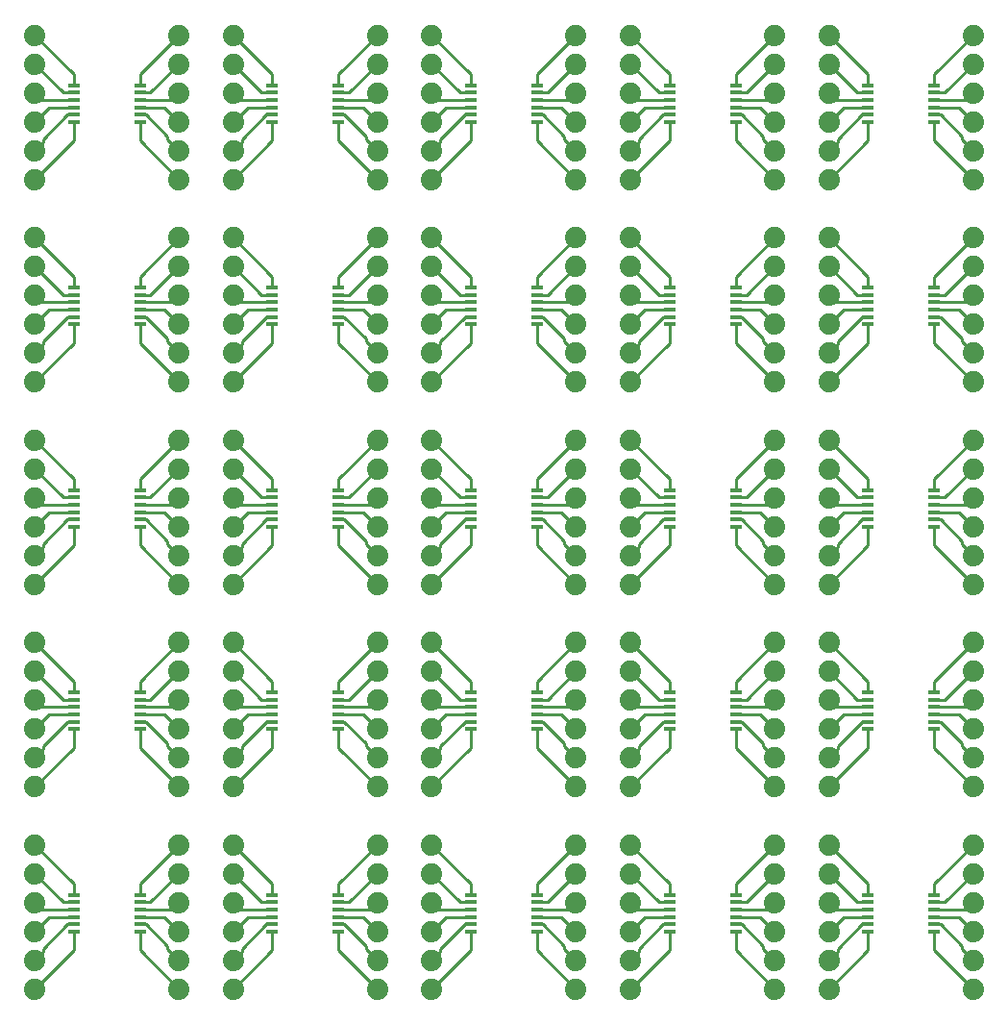
<source format=gbr>
G04 #@! TF.GenerationSoftware,KiCad,Pcbnew,5.1.5-5.1.5*
G04 #@! TF.CreationDate,2020-06-01T10:48:51+10:00*
G04 #@! TF.ProjectId,SOIC12-TSSOP12_panelized,534f4943-3132-42d5-9453-534f5031325f,rev?*
G04 #@! TF.SameCoordinates,Original*
G04 #@! TF.FileFunction,Copper,L2,Bot*
G04 #@! TF.FilePolarity,Positive*
%FSLAX46Y46*%
G04 Gerber Fmt 4.6, Leading zero omitted, Abs format (unit mm)*
G04 Created by KiCad (PCBNEW 5.1.5-5.1.5) date 2020-06-01 10:48:51*
%MOMM*%
%LPD*%
G04 APERTURE LIST*
%ADD10C,1.879600*%
%ADD11R,0.990600X0.304800*%
%ADD12C,0.254000*%
G04 APERTURE END LIST*
D10*
X225016108Y-182628608D03*
X225016108Y-180088608D03*
X225016108Y-177548608D03*
X225016108Y-175008608D03*
X225016108Y-172468608D03*
X225016108Y-169928608D03*
X225016108Y-164808606D03*
X225016108Y-162268606D03*
X225016108Y-159728606D03*
X225016108Y-157188606D03*
X225016108Y-154648606D03*
X225016108Y-152108606D03*
X225016108Y-146988604D03*
X225016108Y-144448604D03*
X225016108Y-141908604D03*
X225016108Y-139368604D03*
X225016108Y-136828604D03*
X225016108Y-134288604D03*
X225016108Y-129168602D03*
X225016108Y-126628602D03*
X225016108Y-124088602D03*
X225016108Y-121548602D03*
X225016108Y-119008602D03*
X225016108Y-116468602D03*
X225016108Y-111348600D03*
X225016108Y-108808600D03*
X225016108Y-106268600D03*
X225016108Y-103728600D03*
X225016108Y-101188600D03*
X225016108Y-98648600D03*
X207516106Y-182628608D03*
X207516106Y-180088608D03*
X207516106Y-177548608D03*
X207516106Y-175008608D03*
X207516106Y-172468608D03*
X207516106Y-169928608D03*
X207516106Y-164808606D03*
X207516106Y-162268606D03*
X207516106Y-159728606D03*
X207516106Y-157188606D03*
X207516106Y-154648606D03*
X207516106Y-152108606D03*
X207516106Y-146988604D03*
X207516106Y-144448604D03*
X207516106Y-141908604D03*
X207516106Y-139368604D03*
X207516106Y-136828604D03*
X207516106Y-134288604D03*
X207516106Y-129168602D03*
X207516106Y-126628602D03*
X207516106Y-124088602D03*
X207516106Y-121548602D03*
X207516106Y-119008602D03*
X207516106Y-116468602D03*
X207516106Y-111348600D03*
X207516106Y-108808600D03*
X207516106Y-106268600D03*
X207516106Y-103728600D03*
X207516106Y-101188600D03*
X207516106Y-98648600D03*
X190016104Y-182628608D03*
X190016104Y-180088608D03*
X190016104Y-177548608D03*
X190016104Y-175008608D03*
X190016104Y-172468608D03*
X190016104Y-169928608D03*
X190016104Y-164808606D03*
X190016104Y-162268606D03*
X190016104Y-159728606D03*
X190016104Y-157188606D03*
X190016104Y-154648606D03*
X190016104Y-152108606D03*
X190016104Y-146988604D03*
X190016104Y-144448604D03*
X190016104Y-141908604D03*
X190016104Y-139368604D03*
X190016104Y-136828604D03*
X190016104Y-134288604D03*
X190016104Y-129168602D03*
X190016104Y-126628602D03*
X190016104Y-124088602D03*
X190016104Y-121548602D03*
X190016104Y-119008602D03*
X190016104Y-116468602D03*
X190016104Y-111348600D03*
X190016104Y-108808600D03*
X190016104Y-106268600D03*
X190016104Y-103728600D03*
X190016104Y-101188600D03*
X190016104Y-98648600D03*
X172516102Y-182628608D03*
X172516102Y-180088608D03*
X172516102Y-177548608D03*
X172516102Y-175008608D03*
X172516102Y-172468608D03*
X172516102Y-169928608D03*
X172516102Y-164808606D03*
X172516102Y-162268606D03*
X172516102Y-159728606D03*
X172516102Y-157188606D03*
X172516102Y-154648606D03*
X172516102Y-152108606D03*
X172516102Y-146988604D03*
X172516102Y-144448604D03*
X172516102Y-141908604D03*
X172516102Y-139368604D03*
X172516102Y-136828604D03*
X172516102Y-134288604D03*
X172516102Y-129168602D03*
X172516102Y-126628602D03*
X172516102Y-124088602D03*
X172516102Y-121548602D03*
X172516102Y-119008602D03*
X172516102Y-116468602D03*
X172516102Y-111348600D03*
X172516102Y-108808600D03*
X172516102Y-106268600D03*
X172516102Y-103728600D03*
X172516102Y-101188600D03*
X172516102Y-98648600D03*
X155016100Y-182628608D03*
X155016100Y-180088608D03*
X155016100Y-177548608D03*
X155016100Y-175008608D03*
X155016100Y-172468608D03*
X155016100Y-169928608D03*
X155016100Y-164808606D03*
X155016100Y-162268606D03*
X155016100Y-159728606D03*
X155016100Y-157188606D03*
X155016100Y-154648606D03*
X155016100Y-152108606D03*
X155016100Y-146988604D03*
X155016100Y-144448604D03*
X155016100Y-141908604D03*
X155016100Y-139368604D03*
X155016100Y-136828604D03*
X155016100Y-134288604D03*
X155016100Y-129168602D03*
X155016100Y-126628602D03*
X155016100Y-124088602D03*
X155016100Y-121548602D03*
X155016100Y-119008602D03*
X155016100Y-116468602D03*
X212316108Y-182628608D03*
X212316108Y-180088608D03*
X212316108Y-177548608D03*
X212316108Y-175008608D03*
X212316108Y-172468608D03*
X212316108Y-169928608D03*
X212316108Y-164808606D03*
X212316108Y-162268606D03*
X212316108Y-159728606D03*
X212316108Y-157188606D03*
X212316108Y-154648606D03*
X212316108Y-152108606D03*
X212316108Y-146988604D03*
X212316108Y-144448604D03*
X212316108Y-141908604D03*
X212316108Y-139368604D03*
X212316108Y-136828604D03*
X212316108Y-134288604D03*
X212316108Y-129168602D03*
X212316108Y-126628602D03*
X212316108Y-124088602D03*
X212316108Y-121548602D03*
X212316108Y-119008602D03*
X212316108Y-116468602D03*
X212316108Y-111348600D03*
X212316108Y-108808600D03*
X212316108Y-106268600D03*
X212316108Y-103728600D03*
X212316108Y-101188600D03*
X212316108Y-98648600D03*
X194816106Y-182628608D03*
X194816106Y-180088608D03*
X194816106Y-177548608D03*
X194816106Y-175008608D03*
X194816106Y-172468608D03*
X194816106Y-169928608D03*
X194816106Y-164808606D03*
X194816106Y-162268606D03*
X194816106Y-159728606D03*
X194816106Y-157188606D03*
X194816106Y-154648606D03*
X194816106Y-152108606D03*
X194816106Y-146988604D03*
X194816106Y-144448604D03*
X194816106Y-141908604D03*
X194816106Y-139368604D03*
X194816106Y-136828604D03*
X194816106Y-134288604D03*
X194816106Y-129168602D03*
X194816106Y-126628602D03*
X194816106Y-124088602D03*
X194816106Y-121548602D03*
X194816106Y-119008602D03*
X194816106Y-116468602D03*
X194816106Y-111348600D03*
X194816106Y-108808600D03*
X194816106Y-106268600D03*
X194816106Y-103728600D03*
X194816106Y-101188600D03*
X194816106Y-98648600D03*
X177316104Y-182628608D03*
X177316104Y-180088608D03*
X177316104Y-177548608D03*
X177316104Y-175008608D03*
X177316104Y-172468608D03*
X177316104Y-169928608D03*
X177316104Y-164808606D03*
X177316104Y-162268606D03*
X177316104Y-159728606D03*
X177316104Y-157188606D03*
X177316104Y-154648606D03*
X177316104Y-152108606D03*
X177316104Y-146988604D03*
X177316104Y-144448604D03*
X177316104Y-141908604D03*
X177316104Y-139368604D03*
X177316104Y-136828604D03*
X177316104Y-134288604D03*
X177316104Y-129168602D03*
X177316104Y-126628602D03*
X177316104Y-124088602D03*
X177316104Y-121548602D03*
X177316104Y-119008602D03*
X177316104Y-116468602D03*
X177316104Y-111348600D03*
X177316104Y-108808600D03*
X177316104Y-106268600D03*
X177316104Y-103728600D03*
X177316104Y-101188600D03*
X177316104Y-98648600D03*
X159816102Y-182628608D03*
X159816102Y-180088608D03*
X159816102Y-177548608D03*
X159816102Y-175008608D03*
X159816102Y-172468608D03*
X159816102Y-169928608D03*
X159816102Y-164808606D03*
X159816102Y-162268606D03*
X159816102Y-159728606D03*
X159816102Y-157188606D03*
X159816102Y-154648606D03*
X159816102Y-152108606D03*
X159816102Y-146988604D03*
X159816102Y-144448604D03*
X159816102Y-141908604D03*
X159816102Y-139368604D03*
X159816102Y-136828604D03*
X159816102Y-134288604D03*
X159816102Y-129168602D03*
X159816102Y-126628602D03*
X159816102Y-124088602D03*
X159816102Y-121548602D03*
X159816102Y-119008602D03*
X159816102Y-116468602D03*
X159816102Y-111348600D03*
X159816102Y-108808600D03*
X159816102Y-106268600D03*
X159816102Y-103728600D03*
X159816102Y-101188600D03*
X159816102Y-98648600D03*
X142316100Y-182628608D03*
X142316100Y-180088608D03*
X142316100Y-177548608D03*
X142316100Y-175008608D03*
X142316100Y-172468608D03*
X142316100Y-169928608D03*
X142316100Y-164808606D03*
X142316100Y-162268606D03*
X142316100Y-159728606D03*
X142316100Y-157188606D03*
X142316100Y-154648606D03*
X142316100Y-152108606D03*
X142316100Y-146988604D03*
X142316100Y-144448604D03*
X142316100Y-141908604D03*
X142316100Y-139368604D03*
X142316100Y-136828604D03*
X142316100Y-134288604D03*
X142316100Y-129168602D03*
X142316100Y-126628602D03*
X142316100Y-124088602D03*
X142316100Y-121548602D03*
X142316100Y-119008602D03*
X142316100Y-116468602D03*
D11*
X221583908Y-174328608D03*
X221583908Y-174978608D03*
X221583908Y-175628608D03*
X221583908Y-176278608D03*
X221583908Y-176928608D03*
X221583908Y-177578608D03*
X215748308Y-177578608D03*
X215748308Y-176928608D03*
X215748308Y-176278608D03*
X215748308Y-175628608D03*
X215748308Y-174978608D03*
X215748308Y-174328608D03*
X221583908Y-156508606D03*
X221583908Y-157158606D03*
X221583908Y-157808606D03*
X221583908Y-158458606D03*
X221583908Y-159108606D03*
X221583908Y-159758606D03*
X215748308Y-159758606D03*
X215748308Y-159108606D03*
X215748308Y-158458606D03*
X215748308Y-157808606D03*
X215748308Y-157158606D03*
X215748308Y-156508606D03*
X221583908Y-138688604D03*
X221583908Y-139338604D03*
X221583908Y-139988604D03*
X221583908Y-140638604D03*
X221583908Y-141288604D03*
X221583908Y-141938604D03*
X215748308Y-141938604D03*
X215748308Y-141288604D03*
X215748308Y-140638604D03*
X215748308Y-139988604D03*
X215748308Y-139338604D03*
X215748308Y-138688604D03*
X221583908Y-120868602D03*
X221583908Y-121518602D03*
X221583908Y-122168602D03*
X221583908Y-122818602D03*
X221583908Y-123468602D03*
X221583908Y-124118602D03*
X215748308Y-124118602D03*
X215748308Y-123468602D03*
X215748308Y-122818602D03*
X215748308Y-122168602D03*
X215748308Y-121518602D03*
X215748308Y-120868602D03*
X221583908Y-103048600D03*
X221583908Y-103698600D03*
X221583908Y-104348600D03*
X221583908Y-104998600D03*
X221583908Y-105648600D03*
X221583908Y-106298600D03*
X215748308Y-106298600D03*
X215748308Y-105648600D03*
X215748308Y-104998600D03*
X215748308Y-104348600D03*
X215748308Y-103698600D03*
X215748308Y-103048600D03*
X204083906Y-174328608D03*
X204083906Y-174978608D03*
X204083906Y-175628608D03*
X204083906Y-176278608D03*
X204083906Y-176928608D03*
X204083906Y-177578608D03*
X198248306Y-177578608D03*
X198248306Y-176928608D03*
X198248306Y-176278608D03*
X198248306Y-175628608D03*
X198248306Y-174978608D03*
X198248306Y-174328608D03*
X204083906Y-156508606D03*
X204083906Y-157158606D03*
X204083906Y-157808606D03*
X204083906Y-158458606D03*
X204083906Y-159108606D03*
X204083906Y-159758606D03*
X198248306Y-159758606D03*
X198248306Y-159108606D03*
X198248306Y-158458606D03*
X198248306Y-157808606D03*
X198248306Y-157158606D03*
X198248306Y-156508606D03*
X204083906Y-138688604D03*
X204083906Y-139338604D03*
X204083906Y-139988604D03*
X204083906Y-140638604D03*
X204083906Y-141288604D03*
X204083906Y-141938604D03*
X198248306Y-141938604D03*
X198248306Y-141288604D03*
X198248306Y-140638604D03*
X198248306Y-139988604D03*
X198248306Y-139338604D03*
X198248306Y-138688604D03*
X204083906Y-120868602D03*
X204083906Y-121518602D03*
X204083906Y-122168602D03*
X204083906Y-122818602D03*
X204083906Y-123468602D03*
X204083906Y-124118602D03*
X198248306Y-124118602D03*
X198248306Y-123468602D03*
X198248306Y-122818602D03*
X198248306Y-122168602D03*
X198248306Y-121518602D03*
X198248306Y-120868602D03*
X204083906Y-103048600D03*
X204083906Y-103698600D03*
X204083906Y-104348600D03*
X204083906Y-104998600D03*
X204083906Y-105648600D03*
X204083906Y-106298600D03*
X198248306Y-106298600D03*
X198248306Y-105648600D03*
X198248306Y-104998600D03*
X198248306Y-104348600D03*
X198248306Y-103698600D03*
X198248306Y-103048600D03*
X186583904Y-174328608D03*
X186583904Y-174978608D03*
X186583904Y-175628608D03*
X186583904Y-176278608D03*
X186583904Y-176928608D03*
X186583904Y-177578608D03*
X180748304Y-177578608D03*
X180748304Y-176928608D03*
X180748304Y-176278608D03*
X180748304Y-175628608D03*
X180748304Y-174978608D03*
X180748304Y-174328608D03*
X186583904Y-156508606D03*
X186583904Y-157158606D03*
X186583904Y-157808606D03*
X186583904Y-158458606D03*
X186583904Y-159108606D03*
X186583904Y-159758606D03*
X180748304Y-159758606D03*
X180748304Y-159108606D03*
X180748304Y-158458606D03*
X180748304Y-157808606D03*
X180748304Y-157158606D03*
X180748304Y-156508606D03*
X186583904Y-138688604D03*
X186583904Y-139338604D03*
X186583904Y-139988604D03*
X186583904Y-140638604D03*
X186583904Y-141288604D03*
X186583904Y-141938604D03*
X180748304Y-141938604D03*
X180748304Y-141288604D03*
X180748304Y-140638604D03*
X180748304Y-139988604D03*
X180748304Y-139338604D03*
X180748304Y-138688604D03*
X186583904Y-120868602D03*
X186583904Y-121518602D03*
X186583904Y-122168602D03*
X186583904Y-122818602D03*
X186583904Y-123468602D03*
X186583904Y-124118602D03*
X180748304Y-124118602D03*
X180748304Y-123468602D03*
X180748304Y-122818602D03*
X180748304Y-122168602D03*
X180748304Y-121518602D03*
X180748304Y-120868602D03*
X186583904Y-103048600D03*
X186583904Y-103698600D03*
X186583904Y-104348600D03*
X186583904Y-104998600D03*
X186583904Y-105648600D03*
X186583904Y-106298600D03*
X180748304Y-106298600D03*
X180748304Y-105648600D03*
X180748304Y-104998600D03*
X180748304Y-104348600D03*
X180748304Y-103698600D03*
X180748304Y-103048600D03*
X169083902Y-174328608D03*
X169083902Y-174978608D03*
X169083902Y-175628608D03*
X169083902Y-176278608D03*
X169083902Y-176928608D03*
X169083902Y-177578608D03*
X163248302Y-177578608D03*
X163248302Y-176928608D03*
X163248302Y-176278608D03*
X163248302Y-175628608D03*
X163248302Y-174978608D03*
X163248302Y-174328608D03*
X169083902Y-156508606D03*
X169083902Y-157158606D03*
X169083902Y-157808606D03*
X169083902Y-158458606D03*
X169083902Y-159108606D03*
X169083902Y-159758606D03*
X163248302Y-159758606D03*
X163248302Y-159108606D03*
X163248302Y-158458606D03*
X163248302Y-157808606D03*
X163248302Y-157158606D03*
X163248302Y-156508606D03*
X169083902Y-138688604D03*
X169083902Y-139338604D03*
X169083902Y-139988604D03*
X169083902Y-140638604D03*
X169083902Y-141288604D03*
X169083902Y-141938604D03*
X163248302Y-141938604D03*
X163248302Y-141288604D03*
X163248302Y-140638604D03*
X163248302Y-139988604D03*
X163248302Y-139338604D03*
X163248302Y-138688604D03*
X169083902Y-120868602D03*
X169083902Y-121518602D03*
X169083902Y-122168602D03*
X169083902Y-122818602D03*
X169083902Y-123468602D03*
X169083902Y-124118602D03*
X163248302Y-124118602D03*
X163248302Y-123468602D03*
X163248302Y-122818602D03*
X163248302Y-122168602D03*
X163248302Y-121518602D03*
X163248302Y-120868602D03*
X169083902Y-103048600D03*
X169083902Y-103698600D03*
X169083902Y-104348600D03*
X169083902Y-104998600D03*
X169083902Y-105648600D03*
X169083902Y-106298600D03*
X163248302Y-106298600D03*
X163248302Y-105648600D03*
X163248302Y-104998600D03*
X163248302Y-104348600D03*
X163248302Y-103698600D03*
X163248302Y-103048600D03*
X151583900Y-174328608D03*
X151583900Y-174978608D03*
X151583900Y-175628608D03*
X151583900Y-176278608D03*
X151583900Y-176928608D03*
X151583900Y-177578608D03*
X145748300Y-177578608D03*
X145748300Y-176928608D03*
X145748300Y-176278608D03*
X145748300Y-175628608D03*
X145748300Y-174978608D03*
X145748300Y-174328608D03*
X151583900Y-156508606D03*
X151583900Y-157158606D03*
X151583900Y-157808606D03*
X151583900Y-158458606D03*
X151583900Y-159108606D03*
X151583900Y-159758606D03*
X145748300Y-159758606D03*
X145748300Y-159108606D03*
X145748300Y-158458606D03*
X145748300Y-157808606D03*
X145748300Y-157158606D03*
X145748300Y-156508606D03*
X151583900Y-138688604D03*
X151583900Y-139338604D03*
X151583900Y-139988604D03*
X151583900Y-140638604D03*
X151583900Y-141288604D03*
X151583900Y-141938604D03*
X145748300Y-141938604D03*
X145748300Y-141288604D03*
X145748300Y-140638604D03*
X145748300Y-139988604D03*
X145748300Y-139338604D03*
X145748300Y-138688604D03*
X151583900Y-120868602D03*
X151583900Y-121518602D03*
X151583900Y-122168602D03*
X151583900Y-122818602D03*
X151583900Y-123468602D03*
X151583900Y-124118602D03*
X145748300Y-124118602D03*
X145748300Y-123468602D03*
X145748300Y-122818602D03*
X145748300Y-122168602D03*
X145748300Y-121518602D03*
X145748300Y-120868602D03*
X145748300Y-103048600D03*
X145748300Y-103698600D03*
X145748300Y-104348600D03*
X145748300Y-104998600D03*
X145748300Y-105648600D03*
X145748300Y-106298600D03*
X151583900Y-106298600D03*
X151583900Y-105648600D03*
X151583900Y-104998600D03*
X151583900Y-104348600D03*
X151583900Y-103698600D03*
X151583900Y-103048600D03*
D10*
X142316100Y-98648600D03*
X142316100Y-101188600D03*
X142316100Y-103728600D03*
X142316100Y-106268600D03*
X142316100Y-108808600D03*
X142316100Y-111348600D03*
X155016100Y-98648600D03*
X155016100Y-101188600D03*
X155016100Y-103728600D03*
X155016100Y-106268600D03*
X155016100Y-108808600D03*
X155016100Y-111348600D03*
D12*
X151583900Y-103048600D02*
X151583900Y-102080800D01*
X151583900Y-102080800D02*
X155016100Y-98648600D01*
X151583900Y-120868602D02*
X151583900Y-119900802D01*
X151583900Y-138688604D02*
X151583900Y-137720804D01*
X151583900Y-156508606D02*
X151583900Y-155540806D01*
X151583900Y-174328608D02*
X151583900Y-173360808D01*
X169083902Y-103048600D02*
X169083902Y-102080800D01*
X169083902Y-120868602D02*
X169083902Y-119900802D01*
X169083902Y-138688604D02*
X169083902Y-137720804D01*
X169083902Y-156508606D02*
X169083902Y-155540806D01*
X169083902Y-174328608D02*
X169083902Y-173360808D01*
X186583904Y-103048600D02*
X186583904Y-102080800D01*
X186583904Y-120868602D02*
X186583904Y-119900802D01*
X186583904Y-138688604D02*
X186583904Y-137720804D01*
X186583904Y-156508606D02*
X186583904Y-155540806D01*
X186583904Y-174328608D02*
X186583904Y-173360808D01*
X204083906Y-103048600D02*
X204083906Y-102080800D01*
X204083906Y-120868602D02*
X204083906Y-119900802D01*
X204083906Y-138688604D02*
X204083906Y-137720804D01*
X204083906Y-156508606D02*
X204083906Y-155540806D01*
X204083906Y-174328608D02*
X204083906Y-173360808D01*
X221583908Y-103048600D02*
X221583908Y-102080800D01*
X221583908Y-120868602D02*
X221583908Y-119900802D01*
X221583908Y-138688604D02*
X221583908Y-137720804D01*
X221583908Y-156508606D02*
X221583908Y-155540806D01*
X221583908Y-174328608D02*
X221583908Y-173360808D01*
X151583900Y-119900802D02*
X155016100Y-116468602D01*
X151583900Y-137720804D02*
X155016100Y-134288604D01*
X151583900Y-155540806D02*
X155016100Y-152108606D01*
X151583900Y-173360808D02*
X155016100Y-169928608D01*
X169083902Y-102080800D02*
X172516102Y-98648600D01*
X169083902Y-119900802D02*
X172516102Y-116468602D01*
X169083902Y-137720804D02*
X172516102Y-134288604D01*
X169083902Y-155540806D02*
X172516102Y-152108606D01*
X169083902Y-173360808D02*
X172516102Y-169928608D01*
X186583904Y-102080800D02*
X190016104Y-98648600D01*
X186583904Y-119900802D02*
X190016104Y-116468602D01*
X186583904Y-137720804D02*
X190016104Y-134288604D01*
X186583904Y-155540806D02*
X190016104Y-152108606D01*
X186583904Y-173360808D02*
X190016104Y-169928608D01*
X204083906Y-102080800D02*
X207516106Y-98648600D01*
X204083906Y-119900802D02*
X207516106Y-116468602D01*
X204083906Y-137720804D02*
X207516106Y-134288604D01*
X204083906Y-155540806D02*
X207516106Y-152108606D01*
X204083906Y-173360808D02*
X207516106Y-169928608D01*
X221583908Y-102080800D02*
X225016108Y-98648600D01*
X221583908Y-119900802D02*
X225016108Y-116468602D01*
X221583908Y-137720804D02*
X225016108Y-134288604D01*
X221583908Y-155540806D02*
X225016108Y-152108606D01*
X221583908Y-173360808D02*
X225016108Y-169928608D01*
X151583900Y-103698600D02*
X152506100Y-103698600D01*
X152506100Y-103698600D02*
X155016100Y-101188600D01*
X151583900Y-121518602D02*
X152506100Y-121518602D01*
X151583900Y-139338604D02*
X152506100Y-139338604D01*
X151583900Y-157158606D02*
X152506100Y-157158606D01*
X151583900Y-174978608D02*
X152506100Y-174978608D01*
X169083902Y-103698600D02*
X170006102Y-103698600D01*
X169083902Y-121518602D02*
X170006102Y-121518602D01*
X169083902Y-139338604D02*
X170006102Y-139338604D01*
X169083902Y-157158606D02*
X170006102Y-157158606D01*
X169083902Y-174978608D02*
X170006102Y-174978608D01*
X186583904Y-103698600D02*
X187506104Y-103698600D01*
X186583904Y-121518602D02*
X187506104Y-121518602D01*
X186583904Y-139338604D02*
X187506104Y-139338604D01*
X186583904Y-157158606D02*
X187506104Y-157158606D01*
X186583904Y-174978608D02*
X187506104Y-174978608D01*
X204083906Y-103698600D02*
X205006106Y-103698600D01*
X204083906Y-121518602D02*
X205006106Y-121518602D01*
X204083906Y-139338604D02*
X205006106Y-139338604D01*
X204083906Y-157158606D02*
X205006106Y-157158606D01*
X204083906Y-174978608D02*
X205006106Y-174978608D01*
X221583908Y-103698600D02*
X222506108Y-103698600D01*
X221583908Y-121518602D02*
X222506108Y-121518602D01*
X221583908Y-139338604D02*
X222506108Y-139338604D01*
X221583908Y-157158606D02*
X222506108Y-157158606D01*
X221583908Y-174978608D02*
X222506108Y-174978608D01*
X152506100Y-121518602D02*
X155016100Y-119008602D01*
X152506100Y-139338604D02*
X155016100Y-136828604D01*
X152506100Y-157158606D02*
X155016100Y-154648606D01*
X152506100Y-174978608D02*
X155016100Y-172468608D01*
X170006102Y-103698600D02*
X172516102Y-101188600D01*
X170006102Y-121518602D02*
X172516102Y-119008602D01*
X170006102Y-139338604D02*
X172516102Y-136828604D01*
X170006102Y-157158606D02*
X172516102Y-154648606D01*
X170006102Y-174978608D02*
X172516102Y-172468608D01*
X187506104Y-103698600D02*
X190016104Y-101188600D01*
X187506104Y-121518602D02*
X190016104Y-119008602D01*
X187506104Y-139338604D02*
X190016104Y-136828604D01*
X187506104Y-157158606D02*
X190016104Y-154648606D01*
X187506104Y-174978608D02*
X190016104Y-172468608D01*
X205006106Y-103698600D02*
X207516106Y-101188600D01*
X205006106Y-121518602D02*
X207516106Y-119008602D01*
X205006106Y-139338604D02*
X207516106Y-136828604D01*
X205006106Y-157158606D02*
X207516106Y-154648606D01*
X205006106Y-174978608D02*
X207516106Y-172468608D01*
X222506108Y-103698600D02*
X225016108Y-101188600D01*
X222506108Y-121518602D02*
X225016108Y-119008602D01*
X222506108Y-139338604D02*
X225016108Y-136828604D01*
X222506108Y-157158606D02*
X225016108Y-154648606D01*
X222506108Y-174978608D02*
X225016108Y-172468608D01*
X151583900Y-104348600D02*
X154396100Y-104348600D01*
X154396100Y-104348600D02*
X155016100Y-103728600D01*
X151583900Y-122168602D02*
X154396100Y-122168602D01*
X151583900Y-139988604D02*
X154396100Y-139988604D01*
X151583900Y-157808606D02*
X154396100Y-157808606D01*
X151583900Y-175628608D02*
X154396100Y-175628608D01*
X169083902Y-104348600D02*
X171896102Y-104348600D01*
X169083902Y-122168602D02*
X171896102Y-122168602D01*
X169083902Y-139988604D02*
X171896102Y-139988604D01*
X169083902Y-157808606D02*
X171896102Y-157808606D01*
X169083902Y-175628608D02*
X171896102Y-175628608D01*
X186583904Y-104348600D02*
X189396104Y-104348600D01*
X186583904Y-122168602D02*
X189396104Y-122168602D01*
X186583904Y-139988604D02*
X189396104Y-139988604D01*
X186583904Y-157808606D02*
X189396104Y-157808606D01*
X186583904Y-175628608D02*
X189396104Y-175628608D01*
X204083906Y-104348600D02*
X206896106Y-104348600D01*
X204083906Y-122168602D02*
X206896106Y-122168602D01*
X204083906Y-139988604D02*
X206896106Y-139988604D01*
X204083906Y-157808606D02*
X206896106Y-157808606D01*
X204083906Y-175628608D02*
X206896106Y-175628608D01*
X221583908Y-104348600D02*
X224396108Y-104348600D01*
X221583908Y-122168602D02*
X224396108Y-122168602D01*
X221583908Y-139988604D02*
X224396108Y-139988604D01*
X221583908Y-157808606D02*
X224396108Y-157808606D01*
X221583908Y-175628608D02*
X224396108Y-175628608D01*
X154396100Y-122168602D02*
X155016100Y-121548602D01*
X154396100Y-139988604D02*
X155016100Y-139368604D01*
X154396100Y-157808606D02*
X155016100Y-157188606D01*
X154396100Y-175628608D02*
X155016100Y-175008608D01*
X171896102Y-104348600D02*
X172516102Y-103728600D01*
X171896102Y-122168602D02*
X172516102Y-121548602D01*
X171896102Y-139988604D02*
X172516102Y-139368604D01*
X171896102Y-157808606D02*
X172516102Y-157188606D01*
X171896102Y-175628608D02*
X172516102Y-175008608D01*
X189396104Y-104348600D02*
X190016104Y-103728600D01*
X189396104Y-122168602D02*
X190016104Y-121548602D01*
X189396104Y-139988604D02*
X190016104Y-139368604D01*
X189396104Y-157808606D02*
X190016104Y-157188606D01*
X189396104Y-175628608D02*
X190016104Y-175008608D01*
X206896106Y-104348600D02*
X207516106Y-103728600D01*
X206896106Y-122168602D02*
X207516106Y-121548602D01*
X206896106Y-139988604D02*
X207516106Y-139368604D01*
X206896106Y-157808606D02*
X207516106Y-157188606D01*
X206896106Y-175628608D02*
X207516106Y-175008608D01*
X224396108Y-104348600D02*
X225016108Y-103728600D01*
X224396108Y-122168602D02*
X225016108Y-121548602D01*
X224396108Y-139988604D02*
X225016108Y-139368604D01*
X224396108Y-157808606D02*
X225016108Y-157188606D01*
X224396108Y-175628608D02*
X225016108Y-175008608D01*
X151583900Y-104998600D02*
X153746100Y-104998600D01*
X153746100Y-104998600D02*
X155016100Y-106268600D01*
X151583900Y-122818602D02*
X153746100Y-122818602D01*
X151583900Y-140638604D02*
X153746100Y-140638604D01*
X151583900Y-158458606D02*
X153746100Y-158458606D01*
X151583900Y-176278608D02*
X153746100Y-176278608D01*
X169083902Y-104998600D02*
X171246102Y-104998600D01*
X169083902Y-122818602D02*
X171246102Y-122818602D01*
X169083902Y-140638604D02*
X171246102Y-140638604D01*
X169083902Y-158458606D02*
X171246102Y-158458606D01*
X169083902Y-176278608D02*
X171246102Y-176278608D01*
X186583904Y-104998600D02*
X188746104Y-104998600D01*
X186583904Y-122818602D02*
X188746104Y-122818602D01*
X186583904Y-140638604D02*
X188746104Y-140638604D01*
X186583904Y-158458606D02*
X188746104Y-158458606D01*
X186583904Y-176278608D02*
X188746104Y-176278608D01*
X204083906Y-104998600D02*
X206246106Y-104998600D01*
X204083906Y-122818602D02*
X206246106Y-122818602D01*
X204083906Y-140638604D02*
X206246106Y-140638604D01*
X204083906Y-158458606D02*
X206246106Y-158458606D01*
X204083906Y-176278608D02*
X206246106Y-176278608D01*
X221583908Y-104998600D02*
X223746108Y-104998600D01*
X221583908Y-122818602D02*
X223746108Y-122818602D01*
X221583908Y-140638604D02*
X223746108Y-140638604D01*
X221583908Y-158458606D02*
X223746108Y-158458606D01*
X221583908Y-176278608D02*
X223746108Y-176278608D01*
X153746100Y-122818602D02*
X155016100Y-124088602D01*
X153746100Y-140638604D02*
X155016100Y-141908604D01*
X153746100Y-158458606D02*
X155016100Y-159728606D01*
X153746100Y-176278608D02*
X155016100Y-177548608D01*
X171246102Y-104998600D02*
X172516102Y-106268600D01*
X171246102Y-122818602D02*
X172516102Y-124088602D01*
X171246102Y-140638604D02*
X172516102Y-141908604D01*
X171246102Y-158458606D02*
X172516102Y-159728606D01*
X171246102Y-176278608D02*
X172516102Y-177548608D01*
X188746104Y-104998600D02*
X190016104Y-106268600D01*
X188746104Y-122818602D02*
X190016104Y-124088602D01*
X188746104Y-140638604D02*
X190016104Y-141908604D01*
X188746104Y-158458606D02*
X190016104Y-159728606D01*
X188746104Y-176278608D02*
X190016104Y-177548608D01*
X206246106Y-104998600D02*
X207516106Y-106268600D01*
X206246106Y-122818602D02*
X207516106Y-124088602D01*
X206246106Y-140638604D02*
X207516106Y-141908604D01*
X206246106Y-158458606D02*
X207516106Y-159728606D01*
X206246106Y-176278608D02*
X207516106Y-177548608D01*
X223746108Y-104998600D02*
X225016108Y-106268600D01*
X223746108Y-122818602D02*
X225016108Y-124088602D01*
X223746108Y-140638604D02*
X225016108Y-141908604D01*
X223746108Y-158458606D02*
X225016108Y-159728606D01*
X223746108Y-176278608D02*
X225016108Y-177548608D01*
X151583900Y-105648600D02*
X152110100Y-105648600D01*
X152110100Y-105648600D02*
X154000100Y-107538600D01*
X154000100Y-107538600D02*
X154000100Y-107792600D01*
X154000100Y-107792600D02*
X155016100Y-108808600D01*
X151583900Y-123468602D02*
X152110100Y-123468602D01*
X151583900Y-141288604D02*
X152110100Y-141288604D01*
X151583900Y-159108606D02*
X152110100Y-159108606D01*
X151583900Y-176928608D02*
X152110100Y-176928608D01*
X169083902Y-105648600D02*
X169610102Y-105648600D01*
X169083902Y-123468602D02*
X169610102Y-123468602D01*
X169083902Y-141288604D02*
X169610102Y-141288604D01*
X169083902Y-159108606D02*
X169610102Y-159108606D01*
X169083902Y-176928608D02*
X169610102Y-176928608D01*
X186583904Y-105648600D02*
X187110104Y-105648600D01*
X186583904Y-123468602D02*
X187110104Y-123468602D01*
X186583904Y-141288604D02*
X187110104Y-141288604D01*
X186583904Y-159108606D02*
X187110104Y-159108606D01*
X186583904Y-176928608D02*
X187110104Y-176928608D01*
X204083906Y-105648600D02*
X204610106Y-105648600D01*
X204083906Y-123468602D02*
X204610106Y-123468602D01*
X204083906Y-141288604D02*
X204610106Y-141288604D01*
X204083906Y-159108606D02*
X204610106Y-159108606D01*
X204083906Y-176928608D02*
X204610106Y-176928608D01*
X221583908Y-105648600D02*
X222110108Y-105648600D01*
X221583908Y-123468602D02*
X222110108Y-123468602D01*
X221583908Y-141288604D02*
X222110108Y-141288604D01*
X221583908Y-159108606D02*
X222110108Y-159108606D01*
X221583908Y-176928608D02*
X222110108Y-176928608D01*
X152110100Y-123468602D02*
X154000100Y-125358602D01*
X152110100Y-141288604D02*
X154000100Y-143178604D01*
X152110100Y-159108606D02*
X154000100Y-160998606D01*
X152110100Y-176928608D02*
X154000100Y-178818608D01*
X169610102Y-105648600D02*
X171500102Y-107538600D01*
X169610102Y-123468602D02*
X171500102Y-125358602D01*
X169610102Y-141288604D02*
X171500102Y-143178604D01*
X169610102Y-159108606D02*
X171500102Y-160998606D01*
X169610102Y-176928608D02*
X171500102Y-178818608D01*
X187110104Y-105648600D02*
X189000104Y-107538600D01*
X187110104Y-123468602D02*
X189000104Y-125358602D01*
X187110104Y-141288604D02*
X189000104Y-143178604D01*
X187110104Y-159108606D02*
X189000104Y-160998606D01*
X187110104Y-176928608D02*
X189000104Y-178818608D01*
X204610106Y-105648600D02*
X206500106Y-107538600D01*
X204610106Y-123468602D02*
X206500106Y-125358602D01*
X204610106Y-141288604D02*
X206500106Y-143178604D01*
X204610106Y-159108606D02*
X206500106Y-160998606D01*
X204610106Y-176928608D02*
X206500106Y-178818608D01*
X222110108Y-105648600D02*
X224000108Y-107538600D01*
X222110108Y-123468602D02*
X224000108Y-125358602D01*
X222110108Y-141288604D02*
X224000108Y-143178604D01*
X222110108Y-159108606D02*
X224000108Y-160998606D01*
X222110108Y-176928608D02*
X224000108Y-178818608D01*
X154000100Y-125358602D02*
X154000100Y-125612602D01*
X154000100Y-143178604D02*
X154000100Y-143432604D01*
X154000100Y-160998606D02*
X154000100Y-161252606D01*
X154000100Y-178818608D02*
X154000100Y-179072608D01*
X171500102Y-107538600D02*
X171500102Y-107792600D01*
X171500102Y-125358602D02*
X171500102Y-125612602D01*
X171500102Y-143178604D02*
X171500102Y-143432604D01*
X171500102Y-160998606D02*
X171500102Y-161252606D01*
X171500102Y-178818608D02*
X171500102Y-179072608D01*
X189000104Y-107538600D02*
X189000104Y-107792600D01*
X189000104Y-125358602D02*
X189000104Y-125612602D01*
X189000104Y-143178604D02*
X189000104Y-143432604D01*
X189000104Y-160998606D02*
X189000104Y-161252606D01*
X189000104Y-178818608D02*
X189000104Y-179072608D01*
X206500106Y-107538600D02*
X206500106Y-107792600D01*
X206500106Y-125358602D02*
X206500106Y-125612602D01*
X206500106Y-143178604D02*
X206500106Y-143432604D01*
X206500106Y-160998606D02*
X206500106Y-161252606D01*
X206500106Y-178818608D02*
X206500106Y-179072608D01*
X224000108Y-107538600D02*
X224000108Y-107792600D01*
X224000108Y-125358602D02*
X224000108Y-125612602D01*
X224000108Y-143178604D02*
X224000108Y-143432604D01*
X224000108Y-160998606D02*
X224000108Y-161252606D01*
X224000108Y-178818608D02*
X224000108Y-179072608D01*
X154000100Y-125612602D02*
X155016100Y-126628602D01*
X154000100Y-143432604D02*
X155016100Y-144448604D01*
X154000100Y-161252606D02*
X155016100Y-162268606D01*
X154000100Y-179072608D02*
X155016100Y-180088608D01*
X171500102Y-107792600D02*
X172516102Y-108808600D01*
X171500102Y-125612602D02*
X172516102Y-126628602D01*
X171500102Y-143432604D02*
X172516102Y-144448604D01*
X171500102Y-161252606D02*
X172516102Y-162268606D01*
X171500102Y-179072608D02*
X172516102Y-180088608D01*
X189000104Y-107792600D02*
X190016104Y-108808600D01*
X189000104Y-125612602D02*
X190016104Y-126628602D01*
X189000104Y-143432604D02*
X190016104Y-144448604D01*
X189000104Y-161252606D02*
X190016104Y-162268606D01*
X189000104Y-179072608D02*
X190016104Y-180088608D01*
X206500106Y-107792600D02*
X207516106Y-108808600D01*
X206500106Y-125612602D02*
X207516106Y-126628602D01*
X206500106Y-143432604D02*
X207516106Y-144448604D01*
X206500106Y-161252606D02*
X207516106Y-162268606D01*
X206500106Y-179072608D02*
X207516106Y-180088608D01*
X224000108Y-107792600D02*
X225016108Y-108808600D01*
X224000108Y-125612602D02*
X225016108Y-126628602D01*
X224000108Y-143432604D02*
X225016108Y-144448604D01*
X224000108Y-161252606D02*
X225016108Y-162268606D01*
X224000108Y-179072608D02*
X225016108Y-180088608D01*
X151583900Y-106298600D02*
X151583900Y-107916400D01*
X151583900Y-107916400D02*
X155016100Y-111348600D01*
X151583900Y-124118602D02*
X151583900Y-125736402D01*
X151583900Y-141938604D02*
X151583900Y-143556404D01*
X151583900Y-159758606D02*
X151583900Y-161376406D01*
X151583900Y-177578608D02*
X151583900Y-179196408D01*
X169083902Y-106298600D02*
X169083902Y-107916400D01*
X169083902Y-124118602D02*
X169083902Y-125736402D01*
X169083902Y-141938604D02*
X169083902Y-143556404D01*
X169083902Y-159758606D02*
X169083902Y-161376406D01*
X169083902Y-177578608D02*
X169083902Y-179196408D01*
X186583904Y-106298600D02*
X186583904Y-107916400D01*
X186583904Y-124118602D02*
X186583904Y-125736402D01*
X186583904Y-141938604D02*
X186583904Y-143556404D01*
X186583904Y-159758606D02*
X186583904Y-161376406D01*
X186583904Y-177578608D02*
X186583904Y-179196408D01*
X204083906Y-106298600D02*
X204083906Y-107916400D01*
X204083906Y-124118602D02*
X204083906Y-125736402D01*
X204083906Y-141938604D02*
X204083906Y-143556404D01*
X204083906Y-159758606D02*
X204083906Y-161376406D01*
X204083906Y-177578608D02*
X204083906Y-179196408D01*
X221583908Y-106298600D02*
X221583908Y-107916400D01*
X221583908Y-124118602D02*
X221583908Y-125736402D01*
X221583908Y-141938604D02*
X221583908Y-143556404D01*
X221583908Y-159758606D02*
X221583908Y-161376406D01*
X221583908Y-177578608D02*
X221583908Y-179196408D01*
X151583900Y-125736402D02*
X155016100Y-129168602D01*
X151583900Y-143556404D02*
X155016100Y-146988604D01*
X151583900Y-161376406D02*
X155016100Y-164808606D01*
X151583900Y-179196408D02*
X155016100Y-182628608D01*
X169083902Y-107916400D02*
X172516102Y-111348600D01*
X169083902Y-125736402D02*
X172516102Y-129168602D01*
X169083902Y-143556404D02*
X172516102Y-146988604D01*
X169083902Y-161376406D02*
X172516102Y-164808606D01*
X169083902Y-179196408D02*
X172516102Y-182628608D01*
X186583904Y-107916400D02*
X190016104Y-111348600D01*
X186583904Y-125736402D02*
X190016104Y-129168602D01*
X186583904Y-143556404D02*
X190016104Y-146988604D01*
X186583904Y-161376406D02*
X190016104Y-164808606D01*
X186583904Y-179196408D02*
X190016104Y-182628608D01*
X204083906Y-107916400D02*
X207516106Y-111348600D01*
X204083906Y-125736402D02*
X207516106Y-129168602D01*
X204083906Y-143556404D02*
X207516106Y-146988604D01*
X204083906Y-161376406D02*
X207516106Y-164808606D01*
X204083906Y-179196408D02*
X207516106Y-182628608D01*
X221583908Y-107916400D02*
X225016108Y-111348600D01*
X221583908Y-125736402D02*
X225016108Y-129168602D01*
X221583908Y-143556404D02*
X225016108Y-146988604D01*
X221583908Y-161376406D02*
X225016108Y-164808606D01*
X221583908Y-179196408D02*
X225016108Y-182628608D01*
X145748300Y-106298600D02*
X145748300Y-107916400D01*
X145748300Y-107916400D02*
X142316100Y-111348600D01*
X145748300Y-124118602D02*
X145748300Y-125736402D01*
X145748300Y-141938604D02*
X145748300Y-143556404D01*
X145748300Y-159758606D02*
X145748300Y-161376406D01*
X145748300Y-177578608D02*
X145748300Y-179196408D01*
X163248302Y-106298600D02*
X163248302Y-107916400D01*
X163248302Y-124118602D02*
X163248302Y-125736402D01*
X163248302Y-141938604D02*
X163248302Y-143556404D01*
X163248302Y-159758606D02*
X163248302Y-161376406D01*
X163248302Y-177578608D02*
X163248302Y-179196408D01*
X180748304Y-106298600D02*
X180748304Y-107916400D01*
X180748304Y-124118602D02*
X180748304Y-125736402D01*
X180748304Y-141938604D02*
X180748304Y-143556404D01*
X180748304Y-159758606D02*
X180748304Y-161376406D01*
X180748304Y-177578608D02*
X180748304Y-179196408D01*
X198248306Y-106298600D02*
X198248306Y-107916400D01*
X198248306Y-124118602D02*
X198248306Y-125736402D01*
X198248306Y-141938604D02*
X198248306Y-143556404D01*
X198248306Y-159758606D02*
X198248306Y-161376406D01*
X198248306Y-177578608D02*
X198248306Y-179196408D01*
X215748308Y-106298600D02*
X215748308Y-107916400D01*
X215748308Y-124118602D02*
X215748308Y-125736402D01*
X215748308Y-141938604D02*
X215748308Y-143556404D01*
X215748308Y-159758606D02*
X215748308Y-161376406D01*
X215748308Y-177578608D02*
X215748308Y-179196408D01*
X145748300Y-125736402D02*
X142316100Y-129168602D01*
X145748300Y-143556404D02*
X142316100Y-146988604D01*
X145748300Y-161376406D02*
X142316100Y-164808606D01*
X145748300Y-179196408D02*
X142316100Y-182628608D01*
X163248302Y-107916400D02*
X159816102Y-111348600D01*
X163248302Y-125736402D02*
X159816102Y-129168602D01*
X163248302Y-143556404D02*
X159816102Y-146988604D01*
X163248302Y-161376406D02*
X159816102Y-164808606D01*
X163248302Y-179196408D02*
X159816102Y-182628608D01*
X180748304Y-107916400D02*
X177316104Y-111348600D01*
X180748304Y-125736402D02*
X177316104Y-129168602D01*
X180748304Y-143556404D02*
X177316104Y-146988604D01*
X180748304Y-161376406D02*
X177316104Y-164808606D01*
X180748304Y-179196408D02*
X177316104Y-182628608D01*
X198248306Y-107916400D02*
X194816106Y-111348600D01*
X198248306Y-125736402D02*
X194816106Y-129168602D01*
X198248306Y-143556404D02*
X194816106Y-146988604D01*
X198248306Y-161376406D02*
X194816106Y-164808606D01*
X198248306Y-179196408D02*
X194816106Y-182628608D01*
X215748308Y-107916400D02*
X212316108Y-111348600D01*
X215748308Y-125736402D02*
X212316108Y-129168602D01*
X215748308Y-143556404D02*
X212316108Y-146988604D01*
X215748308Y-161376406D02*
X212316108Y-164808606D01*
X215748308Y-179196408D02*
X212316108Y-182628608D01*
X145748300Y-105648600D02*
X145222100Y-105648600D01*
X145222100Y-105648600D02*
X143078100Y-107792600D01*
X143078100Y-107792600D02*
X143078100Y-108046600D01*
X143078100Y-108046600D02*
X142316100Y-108808600D01*
X145748300Y-123468602D02*
X145222100Y-123468602D01*
X145748300Y-141288604D02*
X145222100Y-141288604D01*
X145748300Y-159108606D02*
X145222100Y-159108606D01*
X145748300Y-176928608D02*
X145222100Y-176928608D01*
X163248302Y-105648600D02*
X162722102Y-105648600D01*
X163248302Y-123468602D02*
X162722102Y-123468602D01*
X163248302Y-141288604D02*
X162722102Y-141288604D01*
X163248302Y-159108606D02*
X162722102Y-159108606D01*
X163248302Y-176928608D02*
X162722102Y-176928608D01*
X180748304Y-105648600D02*
X180222104Y-105648600D01*
X180748304Y-123468602D02*
X180222104Y-123468602D01*
X180748304Y-141288604D02*
X180222104Y-141288604D01*
X180748304Y-159108606D02*
X180222104Y-159108606D01*
X180748304Y-176928608D02*
X180222104Y-176928608D01*
X198248306Y-105648600D02*
X197722106Y-105648600D01*
X198248306Y-123468602D02*
X197722106Y-123468602D01*
X198248306Y-141288604D02*
X197722106Y-141288604D01*
X198248306Y-159108606D02*
X197722106Y-159108606D01*
X198248306Y-176928608D02*
X197722106Y-176928608D01*
X215748308Y-105648600D02*
X215222108Y-105648600D01*
X215748308Y-123468602D02*
X215222108Y-123468602D01*
X215748308Y-141288604D02*
X215222108Y-141288604D01*
X215748308Y-159108606D02*
X215222108Y-159108606D01*
X215748308Y-176928608D02*
X215222108Y-176928608D01*
X145222100Y-123468602D02*
X143078100Y-125612602D01*
X145222100Y-141288604D02*
X143078100Y-143432604D01*
X145222100Y-159108606D02*
X143078100Y-161252606D01*
X145222100Y-176928608D02*
X143078100Y-179072608D01*
X162722102Y-105648600D02*
X160578102Y-107792600D01*
X162722102Y-123468602D02*
X160578102Y-125612602D01*
X162722102Y-141288604D02*
X160578102Y-143432604D01*
X162722102Y-159108606D02*
X160578102Y-161252606D01*
X162722102Y-176928608D02*
X160578102Y-179072608D01*
X180222104Y-105648600D02*
X178078104Y-107792600D01*
X180222104Y-123468602D02*
X178078104Y-125612602D01*
X180222104Y-141288604D02*
X178078104Y-143432604D01*
X180222104Y-159108606D02*
X178078104Y-161252606D01*
X180222104Y-176928608D02*
X178078104Y-179072608D01*
X197722106Y-105648600D02*
X195578106Y-107792600D01*
X197722106Y-123468602D02*
X195578106Y-125612602D01*
X197722106Y-141288604D02*
X195578106Y-143432604D01*
X197722106Y-159108606D02*
X195578106Y-161252606D01*
X197722106Y-176928608D02*
X195578106Y-179072608D01*
X215222108Y-105648600D02*
X213078108Y-107792600D01*
X215222108Y-123468602D02*
X213078108Y-125612602D01*
X215222108Y-141288604D02*
X213078108Y-143432604D01*
X215222108Y-159108606D02*
X213078108Y-161252606D01*
X215222108Y-176928608D02*
X213078108Y-179072608D01*
X143078100Y-125612602D02*
X143078100Y-125866602D01*
X143078100Y-143432604D02*
X143078100Y-143686604D01*
X143078100Y-161252606D02*
X143078100Y-161506606D01*
X143078100Y-179072608D02*
X143078100Y-179326608D01*
X160578102Y-107792600D02*
X160578102Y-108046600D01*
X160578102Y-125612602D02*
X160578102Y-125866602D01*
X160578102Y-143432604D02*
X160578102Y-143686604D01*
X160578102Y-161252606D02*
X160578102Y-161506606D01*
X160578102Y-179072608D02*
X160578102Y-179326608D01*
X178078104Y-107792600D02*
X178078104Y-108046600D01*
X178078104Y-125612602D02*
X178078104Y-125866602D01*
X178078104Y-143432604D02*
X178078104Y-143686604D01*
X178078104Y-161252606D02*
X178078104Y-161506606D01*
X178078104Y-179072608D02*
X178078104Y-179326608D01*
X195578106Y-107792600D02*
X195578106Y-108046600D01*
X195578106Y-125612602D02*
X195578106Y-125866602D01*
X195578106Y-143432604D02*
X195578106Y-143686604D01*
X195578106Y-161252606D02*
X195578106Y-161506606D01*
X195578106Y-179072608D02*
X195578106Y-179326608D01*
X213078108Y-107792600D02*
X213078108Y-108046600D01*
X213078108Y-125612602D02*
X213078108Y-125866602D01*
X213078108Y-143432604D02*
X213078108Y-143686604D01*
X213078108Y-161252606D02*
X213078108Y-161506606D01*
X213078108Y-179072608D02*
X213078108Y-179326608D01*
X143078100Y-125866602D02*
X142316100Y-126628602D01*
X143078100Y-143686604D02*
X142316100Y-144448604D01*
X143078100Y-161506606D02*
X142316100Y-162268606D01*
X143078100Y-179326608D02*
X142316100Y-180088608D01*
X160578102Y-108046600D02*
X159816102Y-108808600D01*
X160578102Y-125866602D02*
X159816102Y-126628602D01*
X160578102Y-143686604D02*
X159816102Y-144448604D01*
X160578102Y-161506606D02*
X159816102Y-162268606D01*
X160578102Y-179326608D02*
X159816102Y-180088608D01*
X178078104Y-108046600D02*
X177316104Y-108808600D01*
X178078104Y-125866602D02*
X177316104Y-126628602D01*
X178078104Y-143686604D02*
X177316104Y-144448604D01*
X178078104Y-161506606D02*
X177316104Y-162268606D01*
X178078104Y-179326608D02*
X177316104Y-180088608D01*
X195578106Y-108046600D02*
X194816106Y-108808600D01*
X195578106Y-125866602D02*
X194816106Y-126628602D01*
X195578106Y-143686604D02*
X194816106Y-144448604D01*
X195578106Y-161506606D02*
X194816106Y-162268606D01*
X195578106Y-179326608D02*
X194816106Y-180088608D01*
X213078108Y-108046600D02*
X212316108Y-108808600D01*
X213078108Y-125866602D02*
X212316108Y-126628602D01*
X213078108Y-143686604D02*
X212316108Y-144448604D01*
X213078108Y-161506606D02*
X212316108Y-162268606D01*
X213078108Y-179326608D02*
X212316108Y-180088608D01*
X145748300Y-104998600D02*
X143586100Y-104998600D01*
X143586100Y-104998600D02*
X142316100Y-106268600D01*
X145748300Y-122818602D02*
X143586100Y-122818602D01*
X145748300Y-140638604D02*
X143586100Y-140638604D01*
X145748300Y-158458606D02*
X143586100Y-158458606D01*
X145748300Y-176278608D02*
X143586100Y-176278608D01*
X163248302Y-104998600D02*
X161086102Y-104998600D01*
X163248302Y-122818602D02*
X161086102Y-122818602D01*
X163248302Y-140638604D02*
X161086102Y-140638604D01*
X163248302Y-158458606D02*
X161086102Y-158458606D01*
X163248302Y-176278608D02*
X161086102Y-176278608D01*
X180748304Y-104998600D02*
X178586104Y-104998600D01*
X180748304Y-122818602D02*
X178586104Y-122818602D01*
X180748304Y-140638604D02*
X178586104Y-140638604D01*
X180748304Y-158458606D02*
X178586104Y-158458606D01*
X180748304Y-176278608D02*
X178586104Y-176278608D01*
X198248306Y-104998600D02*
X196086106Y-104998600D01*
X198248306Y-122818602D02*
X196086106Y-122818602D01*
X198248306Y-140638604D02*
X196086106Y-140638604D01*
X198248306Y-158458606D02*
X196086106Y-158458606D01*
X198248306Y-176278608D02*
X196086106Y-176278608D01*
X215748308Y-104998600D02*
X213586108Y-104998600D01*
X215748308Y-122818602D02*
X213586108Y-122818602D01*
X215748308Y-140638604D02*
X213586108Y-140638604D01*
X215748308Y-158458606D02*
X213586108Y-158458606D01*
X215748308Y-176278608D02*
X213586108Y-176278608D01*
X143586100Y-122818602D02*
X142316100Y-124088602D01*
X143586100Y-140638604D02*
X142316100Y-141908604D01*
X143586100Y-158458606D02*
X142316100Y-159728606D01*
X143586100Y-176278608D02*
X142316100Y-177548608D01*
X161086102Y-104998600D02*
X159816102Y-106268600D01*
X161086102Y-122818602D02*
X159816102Y-124088602D01*
X161086102Y-140638604D02*
X159816102Y-141908604D01*
X161086102Y-158458606D02*
X159816102Y-159728606D01*
X161086102Y-176278608D02*
X159816102Y-177548608D01*
X178586104Y-104998600D02*
X177316104Y-106268600D01*
X178586104Y-122818602D02*
X177316104Y-124088602D01*
X178586104Y-140638604D02*
X177316104Y-141908604D01*
X178586104Y-158458606D02*
X177316104Y-159728606D01*
X178586104Y-176278608D02*
X177316104Y-177548608D01*
X196086106Y-104998600D02*
X194816106Y-106268600D01*
X196086106Y-122818602D02*
X194816106Y-124088602D01*
X196086106Y-140638604D02*
X194816106Y-141908604D01*
X196086106Y-158458606D02*
X194816106Y-159728606D01*
X196086106Y-176278608D02*
X194816106Y-177548608D01*
X213586108Y-104998600D02*
X212316108Y-106268600D01*
X213586108Y-122818602D02*
X212316108Y-124088602D01*
X213586108Y-140638604D02*
X212316108Y-141908604D01*
X213586108Y-158458606D02*
X212316108Y-159728606D01*
X213586108Y-176278608D02*
X212316108Y-177548608D01*
X145748300Y-104348600D02*
X142936100Y-104348600D01*
X142936100Y-104348600D02*
X142316100Y-103728600D01*
X145748300Y-122168602D02*
X142936100Y-122168602D01*
X145748300Y-139988604D02*
X142936100Y-139988604D01*
X145748300Y-157808606D02*
X142936100Y-157808606D01*
X145748300Y-175628608D02*
X142936100Y-175628608D01*
X163248302Y-104348600D02*
X160436102Y-104348600D01*
X163248302Y-122168602D02*
X160436102Y-122168602D01*
X163248302Y-139988604D02*
X160436102Y-139988604D01*
X163248302Y-157808606D02*
X160436102Y-157808606D01*
X163248302Y-175628608D02*
X160436102Y-175628608D01*
X180748304Y-104348600D02*
X177936104Y-104348600D01*
X180748304Y-122168602D02*
X177936104Y-122168602D01*
X180748304Y-139988604D02*
X177936104Y-139988604D01*
X180748304Y-157808606D02*
X177936104Y-157808606D01*
X180748304Y-175628608D02*
X177936104Y-175628608D01*
X198248306Y-104348600D02*
X195436106Y-104348600D01*
X198248306Y-122168602D02*
X195436106Y-122168602D01*
X198248306Y-139988604D02*
X195436106Y-139988604D01*
X198248306Y-157808606D02*
X195436106Y-157808606D01*
X198248306Y-175628608D02*
X195436106Y-175628608D01*
X215748308Y-104348600D02*
X212936108Y-104348600D01*
X215748308Y-122168602D02*
X212936108Y-122168602D01*
X215748308Y-139988604D02*
X212936108Y-139988604D01*
X215748308Y-157808606D02*
X212936108Y-157808606D01*
X215748308Y-175628608D02*
X212936108Y-175628608D01*
X142936100Y-122168602D02*
X142316100Y-121548602D01*
X142936100Y-139988604D02*
X142316100Y-139368604D01*
X142936100Y-157808606D02*
X142316100Y-157188606D01*
X142936100Y-175628608D02*
X142316100Y-175008608D01*
X160436102Y-104348600D02*
X159816102Y-103728600D01*
X160436102Y-122168602D02*
X159816102Y-121548602D01*
X160436102Y-139988604D02*
X159816102Y-139368604D01*
X160436102Y-157808606D02*
X159816102Y-157188606D01*
X160436102Y-175628608D02*
X159816102Y-175008608D01*
X177936104Y-104348600D02*
X177316104Y-103728600D01*
X177936104Y-122168602D02*
X177316104Y-121548602D01*
X177936104Y-139988604D02*
X177316104Y-139368604D01*
X177936104Y-157808606D02*
X177316104Y-157188606D01*
X177936104Y-175628608D02*
X177316104Y-175008608D01*
X195436106Y-104348600D02*
X194816106Y-103728600D01*
X195436106Y-122168602D02*
X194816106Y-121548602D01*
X195436106Y-139988604D02*
X194816106Y-139368604D01*
X195436106Y-157808606D02*
X194816106Y-157188606D01*
X195436106Y-175628608D02*
X194816106Y-175008608D01*
X212936108Y-104348600D02*
X212316108Y-103728600D01*
X212936108Y-122168602D02*
X212316108Y-121548602D01*
X212936108Y-139988604D02*
X212316108Y-139368604D01*
X212936108Y-157808606D02*
X212316108Y-157188606D01*
X212936108Y-175628608D02*
X212316108Y-175008608D01*
X145748300Y-103698600D02*
X144826100Y-103698600D01*
X144826100Y-103698600D02*
X142316100Y-101188600D01*
X145748300Y-121518602D02*
X144826100Y-121518602D01*
X145748300Y-139338604D02*
X144826100Y-139338604D01*
X145748300Y-157158606D02*
X144826100Y-157158606D01*
X145748300Y-174978608D02*
X144826100Y-174978608D01*
X163248302Y-103698600D02*
X162326102Y-103698600D01*
X163248302Y-121518602D02*
X162326102Y-121518602D01*
X163248302Y-139338604D02*
X162326102Y-139338604D01*
X163248302Y-157158606D02*
X162326102Y-157158606D01*
X163248302Y-174978608D02*
X162326102Y-174978608D01*
X180748304Y-103698600D02*
X179826104Y-103698600D01*
X180748304Y-121518602D02*
X179826104Y-121518602D01*
X180748304Y-139338604D02*
X179826104Y-139338604D01*
X180748304Y-157158606D02*
X179826104Y-157158606D01*
X180748304Y-174978608D02*
X179826104Y-174978608D01*
X198248306Y-103698600D02*
X197326106Y-103698600D01*
X198248306Y-121518602D02*
X197326106Y-121518602D01*
X198248306Y-139338604D02*
X197326106Y-139338604D01*
X198248306Y-157158606D02*
X197326106Y-157158606D01*
X198248306Y-174978608D02*
X197326106Y-174978608D01*
X215748308Y-103698600D02*
X214826108Y-103698600D01*
X215748308Y-121518602D02*
X214826108Y-121518602D01*
X215748308Y-139338604D02*
X214826108Y-139338604D01*
X215748308Y-157158606D02*
X214826108Y-157158606D01*
X215748308Y-174978608D02*
X214826108Y-174978608D01*
X144826100Y-121518602D02*
X142316100Y-119008602D01*
X144826100Y-139338604D02*
X142316100Y-136828604D01*
X144826100Y-157158606D02*
X142316100Y-154648606D01*
X144826100Y-174978608D02*
X142316100Y-172468608D01*
X162326102Y-103698600D02*
X159816102Y-101188600D01*
X162326102Y-121518602D02*
X159816102Y-119008602D01*
X162326102Y-139338604D02*
X159816102Y-136828604D01*
X162326102Y-157158606D02*
X159816102Y-154648606D01*
X162326102Y-174978608D02*
X159816102Y-172468608D01*
X179826104Y-103698600D02*
X177316104Y-101188600D01*
X179826104Y-121518602D02*
X177316104Y-119008602D01*
X179826104Y-139338604D02*
X177316104Y-136828604D01*
X179826104Y-157158606D02*
X177316104Y-154648606D01*
X179826104Y-174978608D02*
X177316104Y-172468608D01*
X197326106Y-103698600D02*
X194816106Y-101188600D01*
X197326106Y-121518602D02*
X194816106Y-119008602D01*
X197326106Y-139338604D02*
X194816106Y-136828604D01*
X197326106Y-157158606D02*
X194816106Y-154648606D01*
X197326106Y-174978608D02*
X194816106Y-172468608D01*
X214826108Y-103698600D02*
X212316108Y-101188600D01*
X214826108Y-121518602D02*
X212316108Y-119008602D01*
X214826108Y-139338604D02*
X212316108Y-136828604D01*
X214826108Y-157158606D02*
X212316108Y-154648606D01*
X214826108Y-174978608D02*
X212316108Y-172468608D01*
X145748300Y-103048600D02*
X145748300Y-102080800D01*
X145748300Y-102080800D02*
X142316100Y-98648600D01*
X145748300Y-120868602D02*
X145748300Y-119900802D01*
X145748300Y-138688604D02*
X145748300Y-137720804D01*
X145748300Y-156508606D02*
X145748300Y-155540806D01*
X145748300Y-174328608D02*
X145748300Y-173360808D01*
X163248302Y-103048600D02*
X163248302Y-102080800D01*
X163248302Y-120868602D02*
X163248302Y-119900802D01*
X163248302Y-138688604D02*
X163248302Y-137720804D01*
X163248302Y-156508606D02*
X163248302Y-155540806D01*
X163248302Y-174328608D02*
X163248302Y-173360808D01*
X180748304Y-103048600D02*
X180748304Y-102080800D01*
X180748304Y-120868602D02*
X180748304Y-119900802D01*
X180748304Y-138688604D02*
X180748304Y-137720804D01*
X180748304Y-156508606D02*
X180748304Y-155540806D01*
X180748304Y-174328608D02*
X180748304Y-173360808D01*
X198248306Y-103048600D02*
X198248306Y-102080800D01*
X198248306Y-120868602D02*
X198248306Y-119900802D01*
X198248306Y-138688604D02*
X198248306Y-137720804D01*
X198248306Y-156508606D02*
X198248306Y-155540806D01*
X198248306Y-174328608D02*
X198248306Y-173360808D01*
X215748308Y-103048600D02*
X215748308Y-102080800D01*
X215748308Y-120868602D02*
X215748308Y-119900802D01*
X215748308Y-138688604D02*
X215748308Y-137720804D01*
X215748308Y-156508606D02*
X215748308Y-155540806D01*
X215748308Y-174328608D02*
X215748308Y-173360808D01*
X145748300Y-119900802D02*
X142316100Y-116468602D01*
X145748300Y-137720804D02*
X142316100Y-134288604D01*
X145748300Y-155540806D02*
X142316100Y-152108606D01*
X145748300Y-173360808D02*
X142316100Y-169928608D01*
X163248302Y-102080800D02*
X159816102Y-98648600D01*
X163248302Y-119900802D02*
X159816102Y-116468602D01*
X163248302Y-137720804D02*
X159816102Y-134288604D01*
X163248302Y-155540806D02*
X159816102Y-152108606D01*
X163248302Y-173360808D02*
X159816102Y-169928608D01*
X180748304Y-102080800D02*
X177316104Y-98648600D01*
X180748304Y-119900802D02*
X177316104Y-116468602D01*
X180748304Y-137720804D02*
X177316104Y-134288604D01*
X180748304Y-155540806D02*
X177316104Y-152108606D01*
X180748304Y-173360808D02*
X177316104Y-169928608D01*
X198248306Y-102080800D02*
X194816106Y-98648600D01*
X198248306Y-119900802D02*
X194816106Y-116468602D01*
X198248306Y-137720804D02*
X194816106Y-134288604D01*
X198248306Y-155540806D02*
X194816106Y-152108606D01*
X198248306Y-173360808D02*
X194816106Y-169928608D01*
X215748308Y-102080800D02*
X212316108Y-98648600D01*
X215748308Y-119900802D02*
X212316108Y-116468602D01*
X215748308Y-137720804D02*
X212316108Y-134288604D01*
X215748308Y-155540806D02*
X212316108Y-152108606D01*
X215748308Y-173360808D02*
X212316108Y-169928608D01*
M02*

</source>
